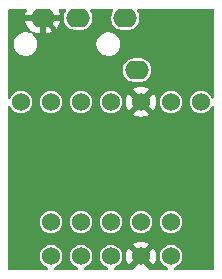
<source format=gbl>
G04 #@! TF.GenerationSoftware,KiCad,Pcbnew,9.0.2*
G04 #@! TF.CreationDate,2025-07-09T02:52:23-04:00*
G04 #@! TF.ProjectId,FBT,4642542e-6b69-4636-9164-5f7063625858,rev?*
G04 #@! TF.SameCoordinates,Original*
G04 #@! TF.FileFunction,Copper,L2,Bot*
G04 #@! TF.FilePolarity,Positive*
%FSLAX46Y46*%
G04 Gerber Fmt 4.6, Leading zero omitted, Abs format (unit mm)*
G04 Created by KiCad (PCBNEW 9.0.2) date 2025-07-09 02:52:23*
%MOMM*%
%LPD*%
G01*
G04 APERTURE LIST*
G04 #@! TA.AperFunction,ComponentPad*
%ADD10O,2.000000X1.600000*%
G04 #@! TD*
G04 #@! TA.AperFunction,ComponentPad*
%ADD11C,1.524000*%
G04 #@! TD*
G04 #@! TA.AperFunction,Conductor*
%ADD12C,0.400000*%
G04 #@! TD*
G04 APERTURE END LIST*
D10*
X175850000Y-111000000D03*
X171850000Y-111000000D03*
X168850000Y-111000000D03*
X176850000Y-115400000D03*
D11*
X182260000Y-118100000D03*
X179720000Y-118100000D03*
X177180000Y-118100000D03*
X174640000Y-118100000D03*
X172100000Y-118100000D03*
X169560000Y-118100000D03*
X167020000Y-118100000D03*
X169560000Y-128260000D03*
X172100000Y-128260000D03*
X174640000Y-128260000D03*
X177180000Y-128260000D03*
X179720000Y-128260000D03*
X179720000Y-131180000D03*
X177180000Y-131180000D03*
X174640000Y-131180000D03*
X172100000Y-131180000D03*
X169560000Y-131180000D03*
D12*
X170600000Y-112750000D02*
X168850000Y-111000000D01*
X170600000Y-115000000D02*
X170600000Y-112750000D01*
X177180000Y-118100000D02*
X175580000Y-116500000D01*
X172100000Y-116500000D02*
X170600000Y-115000000D01*
X175580000Y-116500000D02*
X172100000Y-116500000D01*
G04 #@! TA.AperFunction,Conductor*
G36*
X167447745Y-110250185D02*
G01*
X167493500Y-110302989D01*
X167503444Y-110372147D01*
X167491191Y-110410795D01*
X167445244Y-110500970D01*
X167382009Y-110695586D01*
X167373391Y-110750000D01*
X168205025Y-110750000D01*
X168169930Y-110785095D01*
X168123852Y-110864905D01*
X168100000Y-110953922D01*
X168100000Y-111046078D01*
X168123852Y-111135095D01*
X168169930Y-111214905D01*
X168205025Y-111250000D01*
X167373391Y-111250000D01*
X167382009Y-111304413D01*
X167445244Y-111499029D01*
X167538140Y-111681349D01*
X167658417Y-111846894D01*
X167658417Y-111846895D01*
X167803104Y-111991582D01*
X167803110Y-111991587D01*
X167891888Y-112056088D01*
X167934554Y-112111418D01*
X167940533Y-112181031D01*
X167907927Y-112242826D01*
X167847089Y-112277183D01*
X167777333Y-112273195D01*
X167771552Y-112270968D01*
X167703609Y-112242826D01*
X167691835Y-112237949D01*
X167691833Y-112237948D01*
X167691829Y-112237947D01*
X167498543Y-112199500D01*
X167498541Y-112199500D01*
X167301459Y-112199500D01*
X167301457Y-112199500D01*
X167108170Y-112237947D01*
X167108160Y-112237950D01*
X166926092Y-112313364D01*
X166926079Y-112313371D01*
X166762218Y-112422860D01*
X166762214Y-112422863D01*
X166622863Y-112562214D01*
X166622860Y-112562218D01*
X166513371Y-112726079D01*
X166513364Y-112726092D01*
X166437950Y-112908160D01*
X166437947Y-112908170D01*
X166399500Y-113101456D01*
X166399500Y-113101459D01*
X166399500Y-113298541D01*
X166399500Y-113298543D01*
X166399499Y-113298543D01*
X166437947Y-113491829D01*
X166437950Y-113491839D01*
X166513364Y-113673907D01*
X166513371Y-113673920D01*
X166622860Y-113837781D01*
X166622863Y-113837785D01*
X166762214Y-113977136D01*
X166762218Y-113977139D01*
X166926079Y-114086628D01*
X166926092Y-114086635D01*
X167108160Y-114162049D01*
X167108165Y-114162051D01*
X167108169Y-114162051D01*
X167108170Y-114162052D01*
X167301456Y-114200500D01*
X167301459Y-114200500D01*
X167498543Y-114200500D01*
X167628582Y-114174632D01*
X167691835Y-114162051D01*
X167873914Y-114086632D01*
X168037782Y-113977139D01*
X168177139Y-113837782D01*
X168286632Y-113673914D01*
X168362051Y-113491835D01*
X168400500Y-113298543D01*
X173399499Y-113298543D01*
X173437947Y-113491829D01*
X173437950Y-113491839D01*
X173513364Y-113673907D01*
X173513371Y-113673920D01*
X173622860Y-113837781D01*
X173622863Y-113837785D01*
X173762214Y-113977136D01*
X173762218Y-113977139D01*
X173926079Y-114086628D01*
X173926092Y-114086635D01*
X174108160Y-114162049D01*
X174108165Y-114162051D01*
X174108169Y-114162051D01*
X174108170Y-114162052D01*
X174301456Y-114200500D01*
X174301459Y-114200500D01*
X174498543Y-114200500D01*
X174628582Y-114174632D01*
X174691835Y-114162051D01*
X174873914Y-114086632D01*
X175037782Y-113977139D01*
X175177139Y-113837782D01*
X175286632Y-113673914D01*
X175362051Y-113491835D01*
X175400500Y-113298541D01*
X175400500Y-113101459D01*
X175400500Y-113101456D01*
X175362052Y-112908170D01*
X175362051Y-112908169D01*
X175362051Y-112908165D01*
X175362049Y-112908160D01*
X175286635Y-112726092D01*
X175286628Y-112726079D01*
X175177139Y-112562218D01*
X175177136Y-112562214D01*
X175037785Y-112422863D01*
X175037781Y-112422860D01*
X174873920Y-112313371D01*
X174873907Y-112313364D01*
X174691839Y-112237950D01*
X174691829Y-112237947D01*
X174498543Y-112199500D01*
X174498541Y-112199500D01*
X174301459Y-112199500D01*
X174301457Y-112199500D01*
X174108170Y-112237947D01*
X174108160Y-112237950D01*
X173926092Y-112313364D01*
X173926079Y-112313371D01*
X173762218Y-112422860D01*
X173762214Y-112422863D01*
X173622863Y-112562214D01*
X173622860Y-112562218D01*
X173513371Y-112726079D01*
X173513364Y-112726092D01*
X173437950Y-112908160D01*
X173437947Y-112908170D01*
X173399500Y-113101456D01*
X173399500Y-113101459D01*
X173399500Y-113298541D01*
X173399500Y-113298543D01*
X173399499Y-113298543D01*
X168400500Y-113298543D01*
X168400500Y-113298541D01*
X168400500Y-113101459D01*
X168400500Y-113101456D01*
X168362052Y-112908170D01*
X168362051Y-112908169D01*
X168362051Y-112908165D01*
X168362049Y-112908160D01*
X168286635Y-112726092D01*
X168286628Y-112726079D01*
X168177139Y-112562218D01*
X168177136Y-112562214D01*
X168037785Y-112422863D01*
X168033074Y-112418997D01*
X168034432Y-112417341D01*
X167995842Y-112371154D01*
X167987142Y-112301828D01*
X168017303Y-112238803D01*
X168076750Y-112202091D01*
X168146609Y-112203345D01*
X168147862Y-112203745D01*
X168345582Y-112267990D01*
X168547683Y-112300000D01*
X168600000Y-112300000D01*
X168600000Y-111350000D01*
X169100000Y-111350000D01*
X169100000Y-112300000D01*
X169152317Y-112300000D01*
X169354417Y-112267990D01*
X169549031Y-112204755D01*
X169731349Y-112111859D01*
X169896894Y-111991582D01*
X169896895Y-111991582D01*
X170041582Y-111846895D01*
X170041582Y-111846894D01*
X170161859Y-111681349D01*
X170254755Y-111499029D01*
X170317990Y-111304413D01*
X170326609Y-111250000D01*
X169494975Y-111250000D01*
X169530070Y-111214905D01*
X169576148Y-111135095D01*
X169600000Y-111046078D01*
X169600000Y-110953922D01*
X169576148Y-110864905D01*
X169530070Y-110785095D01*
X169494975Y-110750000D01*
X170326609Y-110750000D01*
X170317990Y-110695586D01*
X170254755Y-110500970D01*
X170208809Y-110410795D01*
X170195913Y-110342126D01*
X170222189Y-110277385D01*
X170279296Y-110237128D01*
X170319294Y-110230500D01*
X170728884Y-110230500D01*
X170795923Y-110250185D01*
X170841678Y-110302989D01*
X170851622Y-110372147D01*
X170831986Y-110423391D01*
X170763371Y-110526079D01*
X170763364Y-110526092D01*
X170687950Y-110708160D01*
X170687947Y-110708170D01*
X170649500Y-110901456D01*
X170649500Y-110901459D01*
X170649500Y-111098541D01*
X170649500Y-111098543D01*
X170649499Y-111098543D01*
X170687947Y-111291829D01*
X170687950Y-111291839D01*
X170763364Y-111473907D01*
X170763371Y-111473920D01*
X170872860Y-111637781D01*
X170872863Y-111637785D01*
X171012214Y-111777136D01*
X171012218Y-111777139D01*
X171176079Y-111886628D01*
X171176092Y-111886635D01*
X171358160Y-111962049D01*
X171358165Y-111962051D01*
X171358169Y-111962051D01*
X171358170Y-111962052D01*
X171551456Y-112000500D01*
X171551459Y-112000500D01*
X172148543Y-112000500D01*
X172278582Y-111974632D01*
X172341835Y-111962051D01*
X172523914Y-111886632D01*
X172687782Y-111777139D01*
X172827139Y-111637782D01*
X172936632Y-111473914D01*
X173012051Y-111291835D01*
X173050500Y-111098541D01*
X173050500Y-110901459D01*
X173050500Y-110901456D01*
X173012052Y-110708170D01*
X173012051Y-110708169D01*
X173012051Y-110708165D01*
X172997838Y-110673852D01*
X172936635Y-110526092D01*
X172936628Y-110526079D01*
X172868014Y-110423391D01*
X172847136Y-110356713D01*
X172865621Y-110289333D01*
X172917599Y-110242643D01*
X172971116Y-110230500D01*
X174728884Y-110230500D01*
X174795923Y-110250185D01*
X174841678Y-110302989D01*
X174851622Y-110372147D01*
X174831986Y-110423391D01*
X174763371Y-110526079D01*
X174763364Y-110526092D01*
X174687950Y-110708160D01*
X174687947Y-110708170D01*
X174649500Y-110901456D01*
X174649500Y-110901459D01*
X174649500Y-111098541D01*
X174649500Y-111098543D01*
X174649499Y-111098543D01*
X174687947Y-111291829D01*
X174687950Y-111291839D01*
X174763364Y-111473907D01*
X174763371Y-111473920D01*
X174872860Y-111637781D01*
X174872863Y-111637785D01*
X175012214Y-111777136D01*
X175012218Y-111777139D01*
X175176079Y-111886628D01*
X175176092Y-111886635D01*
X175358160Y-111962049D01*
X175358165Y-111962051D01*
X175358169Y-111962051D01*
X175358170Y-111962052D01*
X175551456Y-112000500D01*
X175551459Y-112000500D01*
X176148543Y-112000500D01*
X176278582Y-111974632D01*
X176341835Y-111962051D01*
X176523914Y-111886632D01*
X176687782Y-111777139D01*
X176827139Y-111637782D01*
X176936632Y-111473914D01*
X177012051Y-111291835D01*
X177050500Y-111098541D01*
X177050500Y-110901459D01*
X177050500Y-110901456D01*
X177012052Y-110708170D01*
X177012051Y-110708169D01*
X177012051Y-110708165D01*
X176997838Y-110673852D01*
X176936635Y-110526092D01*
X176936628Y-110526079D01*
X176868014Y-110423391D01*
X176847136Y-110356713D01*
X176865621Y-110289333D01*
X176917599Y-110242643D01*
X176971116Y-110230500D01*
X183265500Y-110230500D01*
X183332539Y-110250185D01*
X183378294Y-110302989D01*
X183389500Y-110354500D01*
X183389500Y-117688330D01*
X183369815Y-117755369D01*
X183317011Y-117801124D01*
X183247853Y-117811068D01*
X183184297Y-117782043D01*
X183150939Y-117735783D01*
X183112957Y-117644087D01*
X183007622Y-117486441D01*
X182873558Y-117352377D01*
X182715912Y-117247042D01*
X182540751Y-117174488D01*
X182540743Y-117174486D01*
X182354802Y-117137500D01*
X182354798Y-117137500D01*
X182165202Y-117137500D01*
X182165197Y-117137500D01*
X181979256Y-117174486D01*
X181979248Y-117174488D01*
X181804087Y-117247042D01*
X181646441Y-117352377D01*
X181512377Y-117486441D01*
X181407042Y-117644087D01*
X181334488Y-117819248D01*
X181334486Y-117819256D01*
X181297500Y-118005197D01*
X181297500Y-118194802D01*
X181334486Y-118380743D01*
X181334488Y-118380751D01*
X181407042Y-118555912D01*
X181512377Y-118713558D01*
X181646441Y-118847622D01*
X181751300Y-118917686D01*
X181804085Y-118952956D01*
X181979249Y-119025512D01*
X182165197Y-119062499D01*
X182165201Y-119062500D01*
X182165202Y-119062500D01*
X182354799Y-119062500D01*
X182354800Y-119062499D01*
X182540751Y-119025512D01*
X182715915Y-118952956D01*
X182873558Y-118847622D01*
X183007622Y-118713558D01*
X183112956Y-118555915D01*
X183150939Y-118464215D01*
X183194780Y-118409813D01*
X183261074Y-118387748D01*
X183328773Y-118405027D01*
X183376384Y-118456164D01*
X183389500Y-118511669D01*
X183389500Y-132205500D01*
X183369815Y-132272539D01*
X183317011Y-132318294D01*
X183265500Y-132329500D01*
X180083386Y-132329500D01*
X180016347Y-132309815D01*
X179970592Y-132257011D01*
X179960648Y-132187853D01*
X179989673Y-132124297D01*
X180035933Y-132090939D01*
X180036653Y-132090640D01*
X180175915Y-132032956D01*
X180333558Y-131927622D01*
X180467622Y-131793558D01*
X180572956Y-131635915D01*
X180645512Y-131460751D01*
X180682500Y-131274798D01*
X180682500Y-131085202D01*
X180682499Y-131085199D01*
X180682499Y-131085197D01*
X180645513Y-130899256D01*
X180645512Y-130899249D01*
X180572956Y-130724085D01*
X180537686Y-130671300D01*
X180467622Y-130566441D01*
X180333558Y-130432377D01*
X180175912Y-130327042D01*
X180000751Y-130254488D01*
X180000743Y-130254486D01*
X179814802Y-130217500D01*
X179814798Y-130217500D01*
X179625202Y-130217500D01*
X179625197Y-130217500D01*
X179439256Y-130254486D01*
X179439248Y-130254488D01*
X179264087Y-130327042D01*
X179106441Y-130432377D01*
X178972377Y-130566441D01*
X178867042Y-130724087D01*
X178794488Y-130899248D01*
X178794486Y-130899256D01*
X178757500Y-131085197D01*
X178757500Y-131274802D01*
X178794486Y-131460743D01*
X178794488Y-131460751D01*
X178867042Y-131635912D01*
X178972377Y-131793558D01*
X179106441Y-131927622D01*
X179211300Y-131997686D01*
X179264085Y-132032956D01*
X179264086Y-132032956D01*
X179264087Y-132032957D01*
X179404067Y-132090939D01*
X179458470Y-132134780D01*
X179480535Y-132201074D01*
X179463256Y-132268774D01*
X179412118Y-132316384D01*
X179356614Y-132329500D01*
X178005206Y-132329500D01*
X177938167Y-132309815D01*
X177892412Y-132257011D01*
X177890040Y-132243593D01*
X177268585Y-131622137D01*
X177353694Y-131599333D01*
X177456306Y-131540090D01*
X177540090Y-131456306D01*
X177599333Y-131353694D01*
X177622138Y-131268585D01*
X178232268Y-131878715D01*
X178259362Y-131841425D01*
X178349542Y-131664437D01*
X178410924Y-131475523D01*
X178410924Y-131475520D01*
X178442000Y-131279321D01*
X178442000Y-131080678D01*
X178410924Y-130884479D01*
X178410924Y-130884476D01*
X178349542Y-130695562D01*
X178259358Y-130518567D01*
X178232268Y-130481283D01*
X177622137Y-131091414D01*
X177599333Y-131006306D01*
X177540090Y-130903694D01*
X177456306Y-130819910D01*
X177353694Y-130760667D01*
X177268585Y-130737861D01*
X177878716Y-130127731D01*
X177878715Y-130127730D01*
X177841432Y-130100641D01*
X177664437Y-130010457D01*
X177475522Y-129949075D01*
X177279321Y-129918000D01*
X177080679Y-129918000D01*
X176884479Y-129949075D01*
X176884476Y-129949075D01*
X176695562Y-130010457D01*
X176518564Y-130100643D01*
X176481283Y-130127729D01*
X176481282Y-130127730D01*
X177091415Y-130737861D01*
X177006306Y-130760667D01*
X176903694Y-130819910D01*
X176819910Y-130903694D01*
X176760667Y-131006306D01*
X176737861Y-131091414D01*
X176127730Y-130481282D01*
X176127729Y-130481283D01*
X176100643Y-130518564D01*
X176010457Y-130695562D01*
X175949075Y-130884476D01*
X175949075Y-130884479D01*
X175918000Y-131080678D01*
X175918000Y-131279321D01*
X175949075Y-131475520D01*
X175949075Y-131475523D01*
X176010457Y-131664437D01*
X176100641Y-131841432D01*
X176127730Y-131878715D01*
X176127731Y-131878716D01*
X176737861Y-131268585D01*
X176760667Y-131353694D01*
X176819910Y-131456306D01*
X176903694Y-131540090D01*
X177006306Y-131599333D01*
X177091414Y-131622137D01*
X176467940Y-132245611D01*
X176464045Y-132264152D01*
X176414992Y-132313907D01*
X176354793Y-132329500D01*
X175003386Y-132329500D01*
X174936347Y-132309815D01*
X174890592Y-132257011D01*
X174880648Y-132187853D01*
X174909673Y-132124297D01*
X174955933Y-132090939D01*
X174956653Y-132090640D01*
X175095915Y-132032956D01*
X175253558Y-131927622D01*
X175387622Y-131793558D01*
X175492956Y-131635915D01*
X175565512Y-131460751D01*
X175602500Y-131274798D01*
X175602500Y-131085202D01*
X175602500Y-131085201D01*
X175602500Y-131085199D01*
X175565513Y-130899256D01*
X175565512Y-130899249D01*
X175492956Y-130724085D01*
X175457686Y-130671300D01*
X175387622Y-130566441D01*
X175253558Y-130432377D01*
X175095912Y-130327042D01*
X175005400Y-130289551D01*
X174920751Y-130254488D01*
X174920743Y-130254486D01*
X174734802Y-130217500D01*
X174734798Y-130217500D01*
X174545202Y-130217500D01*
X174545197Y-130217500D01*
X174359256Y-130254486D01*
X174359248Y-130254488D01*
X174184087Y-130327042D01*
X174026441Y-130432377D01*
X173892377Y-130566441D01*
X173787042Y-130724087D01*
X173714488Y-130899248D01*
X173714486Y-130899256D01*
X173677500Y-131085197D01*
X173677500Y-131274802D01*
X173714486Y-131460743D01*
X173714488Y-131460751D01*
X173787042Y-131635912D01*
X173892377Y-131793558D01*
X174026441Y-131927622D01*
X174131300Y-131997686D01*
X174184085Y-132032956D01*
X174184086Y-132032956D01*
X174184087Y-132032957D01*
X174324067Y-132090939D01*
X174378470Y-132134780D01*
X174400535Y-132201074D01*
X174383256Y-132268774D01*
X174332118Y-132316384D01*
X174276614Y-132329500D01*
X172463386Y-132329500D01*
X172396347Y-132309815D01*
X172350592Y-132257011D01*
X172340648Y-132187853D01*
X172369673Y-132124297D01*
X172415933Y-132090939D01*
X172416653Y-132090640D01*
X172555915Y-132032956D01*
X172713558Y-131927622D01*
X172847622Y-131793558D01*
X172952956Y-131635915D01*
X173025512Y-131460751D01*
X173062500Y-131274798D01*
X173062500Y-131085202D01*
X173062499Y-131085199D01*
X173062499Y-131085197D01*
X173025513Y-130899256D01*
X173025512Y-130899249D01*
X172952956Y-130724085D01*
X172917686Y-130671300D01*
X172847622Y-130566441D01*
X172713558Y-130432377D01*
X172555912Y-130327042D01*
X172380751Y-130254488D01*
X172380743Y-130254486D01*
X172194802Y-130217500D01*
X172194798Y-130217500D01*
X172005202Y-130217500D01*
X172005197Y-130217500D01*
X171819256Y-130254486D01*
X171819248Y-130254488D01*
X171644087Y-130327042D01*
X171486441Y-130432377D01*
X171352377Y-130566441D01*
X171247042Y-130724087D01*
X171174488Y-130899248D01*
X171174486Y-130899256D01*
X171137500Y-131085197D01*
X171137500Y-131274802D01*
X171174486Y-131460743D01*
X171174488Y-131460751D01*
X171247042Y-131635912D01*
X171352377Y-131793558D01*
X171486441Y-131927622D01*
X171591300Y-131997686D01*
X171644085Y-132032956D01*
X171644086Y-132032956D01*
X171644087Y-132032957D01*
X171784067Y-132090939D01*
X171838470Y-132134780D01*
X171860535Y-132201074D01*
X171843256Y-132268774D01*
X171792118Y-132316384D01*
X171736614Y-132329500D01*
X169923386Y-132329500D01*
X169856347Y-132309815D01*
X169810592Y-132257011D01*
X169800648Y-132187853D01*
X169829673Y-132124297D01*
X169875933Y-132090939D01*
X169876653Y-132090640D01*
X170015915Y-132032956D01*
X170173558Y-131927622D01*
X170307622Y-131793558D01*
X170412956Y-131635915D01*
X170485512Y-131460751D01*
X170522500Y-131274798D01*
X170522500Y-131085202D01*
X170522499Y-131085199D01*
X170522499Y-131085197D01*
X170485513Y-130899256D01*
X170485512Y-130899249D01*
X170412956Y-130724085D01*
X170377686Y-130671300D01*
X170307622Y-130566441D01*
X170173558Y-130432377D01*
X170015912Y-130327042D01*
X169840751Y-130254488D01*
X169840743Y-130254486D01*
X169654802Y-130217500D01*
X169654798Y-130217500D01*
X169465202Y-130217500D01*
X169465197Y-130217500D01*
X169279256Y-130254486D01*
X169279248Y-130254488D01*
X169104087Y-130327042D01*
X168946441Y-130432377D01*
X168812377Y-130566441D01*
X168707042Y-130724087D01*
X168634488Y-130899248D01*
X168634486Y-130899256D01*
X168597500Y-131085197D01*
X168597500Y-131274802D01*
X168634486Y-131460743D01*
X168634488Y-131460751D01*
X168707042Y-131635912D01*
X168812377Y-131793558D01*
X168946441Y-131927622D01*
X169051300Y-131997686D01*
X169104085Y-132032956D01*
X169104086Y-132032956D01*
X169104087Y-132032957D01*
X169244067Y-132090939D01*
X169298470Y-132134780D01*
X169320535Y-132201074D01*
X169303256Y-132268774D01*
X169252118Y-132316384D01*
X169196614Y-132329500D01*
X166014500Y-132329500D01*
X165947461Y-132309815D01*
X165901706Y-132257011D01*
X165890500Y-132205500D01*
X165890500Y-128165197D01*
X168597500Y-128165197D01*
X168597500Y-128354802D01*
X168634486Y-128540743D01*
X168634488Y-128540751D01*
X168707042Y-128715912D01*
X168812377Y-128873558D01*
X168946441Y-129007622D01*
X169051300Y-129077686D01*
X169104085Y-129112956D01*
X169279249Y-129185512D01*
X169465197Y-129222499D01*
X169465201Y-129222500D01*
X169465202Y-129222500D01*
X169654799Y-129222500D01*
X169654800Y-129222499D01*
X169840751Y-129185512D01*
X170015915Y-129112956D01*
X170173558Y-129007622D01*
X170307622Y-128873558D01*
X170412956Y-128715915D01*
X170485512Y-128540751D01*
X170522500Y-128354798D01*
X170522500Y-128165202D01*
X170522499Y-128165197D01*
X171137500Y-128165197D01*
X171137500Y-128354802D01*
X171174486Y-128540743D01*
X171174488Y-128540751D01*
X171247042Y-128715912D01*
X171352377Y-128873558D01*
X171486441Y-129007622D01*
X171591300Y-129077686D01*
X171644085Y-129112956D01*
X171819249Y-129185512D01*
X172005197Y-129222499D01*
X172005201Y-129222500D01*
X172005202Y-129222500D01*
X172194799Y-129222500D01*
X172194800Y-129222499D01*
X172380751Y-129185512D01*
X172555915Y-129112956D01*
X172713558Y-129007622D01*
X172847622Y-128873558D01*
X172952956Y-128715915D01*
X173025512Y-128540751D01*
X173062500Y-128354798D01*
X173062500Y-128165202D01*
X173062499Y-128165197D01*
X173677500Y-128165197D01*
X173677500Y-128354802D01*
X173714486Y-128540743D01*
X173714488Y-128540751D01*
X173787042Y-128715912D01*
X173892377Y-128873558D01*
X174026441Y-129007622D01*
X174131300Y-129077686D01*
X174184085Y-129112956D01*
X174359249Y-129185512D01*
X174545197Y-129222499D01*
X174545201Y-129222500D01*
X174545202Y-129222500D01*
X174734799Y-129222500D01*
X174734800Y-129222499D01*
X174920751Y-129185512D01*
X175095915Y-129112956D01*
X175253558Y-129007622D01*
X175387622Y-128873558D01*
X175492956Y-128715915D01*
X175565512Y-128540751D01*
X175602500Y-128354798D01*
X175602500Y-128165202D01*
X175602499Y-128165197D01*
X176217500Y-128165197D01*
X176217500Y-128354802D01*
X176254486Y-128540743D01*
X176254488Y-128540751D01*
X176327042Y-128715912D01*
X176432377Y-128873558D01*
X176566441Y-129007622D01*
X176671300Y-129077686D01*
X176724085Y-129112956D01*
X176899249Y-129185512D01*
X177085197Y-129222499D01*
X177085201Y-129222500D01*
X177085202Y-129222500D01*
X177274799Y-129222500D01*
X177274800Y-129222499D01*
X177460751Y-129185512D01*
X177635915Y-129112956D01*
X177793558Y-129007622D01*
X177927622Y-128873558D01*
X178032956Y-128715915D01*
X178105512Y-128540751D01*
X178142500Y-128354798D01*
X178142500Y-128165202D01*
X178142499Y-128165197D01*
X178757500Y-128165197D01*
X178757500Y-128354802D01*
X178794486Y-128540743D01*
X178794488Y-128540751D01*
X178867042Y-128715912D01*
X178972377Y-128873558D01*
X179106441Y-129007622D01*
X179211300Y-129077686D01*
X179264085Y-129112956D01*
X179439249Y-129185512D01*
X179625197Y-129222499D01*
X179625201Y-129222500D01*
X179625202Y-129222500D01*
X179814799Y-129222500D01*
X179814800Y-129222499D01*
X180000751Y-129185512D01*
X180175915Y-129112956D01*
X180333558Y-129007622D01*
X180467622Y-128873558D01*
X180572956Y-128715915D01*
X180645512Y-128540751D01*
X180682500Y-128354798D01*
X180682500Y-128165202D01*
X180645512Y-127979249D01*
X180572956Y-127804085D01*
X180537686Y-127751300D01*
X180467622Y-127646441D01*
X180333558Y-127512377D01*
X180175912Y-127407042D01*
X180000751Y-127334488D01*
X180000743Y-127334486D01*
X179814802Y-127297500D01*
X179814798Y-127297500D01*
X179625202Y-127297500D01*
X179625197Y-127297500D01*
X179439256Y-127334486D01*
X179439248Y-127334488D01*
X179264087Y-127407042D01*
X179106441Y-127512377D01*
X178972377Y-127646441D01*
X178867042Y-127804087D01*
X178794488Y-127979248D01*
X178794486Y-127979256D01*
X178757500Y-128165197D01*
X178142499Y-128165197D01*
X178105512Y-127979249D01*
X178032956Y-127804085D01*
X177997686Y-127751300D01*
X177927622Y-127646441D01*
X177793558Y-127512377D01*
X177635912Y-127407042D01*
X177460751Y-127334488D01*
X177460743Y-127334486D01*
X177274802Y-127297500D01*
X177274798Y-127297500D01*
X177085202Y-127297500D01*
X177085197Y-127297500D01*
X176899256Y-127334486D01*
X176899248Y-127334488D01*
X176724087Y-127407042D01*
X176566441Y-127512377D01*
X176432377Y-127646441D01*
X176327042Y-127804087D01*
X176254488Y-127979248D01*
X176254486Y-127979256D01*
X176217500Y-128165197D01*
X175602499Y-128165197D01*
X175565512Y-127979249D01*
X175492956Y-127804085D01*
X175457686Y-127751300D01*
X175387622Y-127646441D01*
X175253558Y-127512377D01*
X175095912Y-127407042D01*
X174920751Y-127334488D01*
X174920743Y-127334486D01*
X174734802Y-127297500D01*
X174734798Y-127297500D01*
X174545202Y-127297500D01*
X174545197Y-127297500D01*
X174359256Y-127334486D01*
X174359248Y-127334488D01*
X174184087Y-127407042D01*
X174026441Y-127512377D01*
X173892377Y-127646441D01*
X173787042Y-127804087D01*
X173714488Y-127979248D01*
X173714486Y-127979256D01*
X173677500Y-128165197D01*
X173062499Y-128165197D01*
X173025512Y-127979249D01*
X172952956Y-127804085D01*
X172917686Y-127751300D01*
X172847622Y-127646441D01*
X172713558Y-127512377D01*
X172555912Y-127407042D01*
X172380751Y-127334488D01*
X172380743Y-127334486D01*
X172194802Y-127297500D01*
X172194798Y-127297500D01*
X172005202Y-127297500D01*
X172005197Y-127297500D01*
X171819256Y-127334486D01*
X171819248Y-127334488D01*
X171644087Y-127407042D01*
X171486441Y-127512377D01*
X171352377Y-127646441D01*
X171247042Y-127804087D01*
X171174488Y-127979248D01*
X171174486Y-127979256D01*
X171137500Y-128165197D01*
X170522499Y-128165197D01*
X170485512Y-127979249D01*
X170412956Y-127804085D01*
X170377686Y-127751300D01*
X170307622Y-127646441D01*
X170173558Y-127512377D01*
X170015912Y-127407042D01*
X169840751Y-127334488D01*
X169840743Y-127334486D01*
X169654802Y-127297500D01*
X169654798Y-127297500D01*
X169465202Y-127297500D01*
X169465197Y-127297500D01*
X169279256Y-127334486D01*
X169279248Y-127334488D01*
X169104087Y-127407042D01*
X168946441Y-127512377D01*
X168812377Y-127646441D01*
X168707042Y-127804087D01*
X168634488Y-127979248D01*
X168634486Y-127979256D01*
X168597500Y-128165197D01*
X165890500Y-128165197D01*
X165890500Y-118511669D01*
X165910185Y-118444630D01*
X165962989Y-118398875D01*
X166032147Y-118388931D01*
X166095703Y-118417956D01*
X166129061Y-118464216D01*
X166167043Y-118555913D01*
X166272377Y-118713558D01*
X166406441Y-118847622D01*
X166511300Y-118917686D01*
X166564085Y-118952956D01*
X166739249Y-119025512D01*
X166925197Y-119062499D01*
X166925201Y-119062500D01*
X166925202Y-119062500D01*
X167114799Y-119062500D01*
X167114800Y-119062499D01*
X167300751Y-119025512D01*
X167475915Y-118952956D01*
X167633558Y-118847622D01*
X167767622Y-118713558D01*
X167872956Y-118555915D01*
X167945512Y-118380751D01*
X167982500Y-118194798D01*
X167982500Y-118005202D01*
X167982499Y-118005199D01*
X167982499Y-118005197D01*
X168597500Y-118005197D01*
X168597500Y-118194802D01*
X168634486Y-118380743D01*
X168634488Y-118380751D01*
X168707042Y-118555912D01*
X168812377Y-118713558D01*
X168946441Y-118847622D01*
X169051300Y-118917686D01*
X169104085Y-118952956D01*
X169279249Y-119025512D01*
X169465197Y-119062499D01*
X169465201Y-119062500D01*
X169465202Y-119062500D01*
X169654799Y-119062500D01*
X169654800Y-119062499D01*
X169840751Y-119025512D01*
X170015915Y-118952956D01*
X170173558Y-118847622D01*
X170307622Y-118713558D01*
X170412956Y-118555915D01*
X170485512Y-118380751D01*
X170522500Y-118194798D01*
X170522500Y-118005202D01*
X170522499Y-118005199D01*
X170522499Y-118005197D01*
X171137500Y-118005197D01*
X171137500Y-118194802D01*
X171174486Y-118380743D01*
X171174488Y-118380751D01*
X171247042Y-118555912D01*
X171352377Y-118713558D01*
X171486441Y-118847622D01*
X171591300Y-118917686D01*
X171644085Y-118952956D01*
X171819249Y-119025512D01*
X172005197Y-119062499D01*
X172005201Y-119062500D01*
X172005202Y-119062500D01*
X172194799Y-119062500D01*
X172194800Y-119062499D01*
X172380751Y-119025512D01*
X172555915Y-118952956D01*
X172713558Y-118847622D01*
X172847622Y-118713558D01*
X172952956Y-118555915D01*
X173025512Y-118380751D01*
X173062500Y-118194798D01*
X173062500Y-118005202D01*
X173062499Y-118005199D01*
X173062499Y-118005197D01*
X173677500Y-118005197D01*
X173677500Y-118194802D01*
X173714486Y-118380743D01*
X173714488Y-118380751D01*
X173787042Y-118555912D01*
X173892377Y-118713558D01*
X174026441Y-118847622D01*
X174131300Y-118917686D01*
X174184085Y-118952956D01*
X174359249Y-119025512D01*
X174545197Y-119062499D01*
X174545201Y-119062500D01*
X174545202Y-119062500D01*
X174734799Y-119062500D01*
X174734800Y-119062499D01*
X174920751Y-119025512D01*
X175095915Y-118952956D01*
X175253558Y-118847622D01*
X175387622Y-118713558D01*
X175492956Y-118555915D01*
X175565512Y-118380751D01*
X175602500Y-118194798D01*
X175602500Y-118005202D01*
X175602500Y-118005201D01*
X175602500Y-118005199D01*
X175601601Y-118000678D01*
X175918000Y-118000678D01*
X175918000Y-118199321D01*
X175949075Y-118395520D01*
X175949075Y-118395523D01*
X176010457Y-118584437D01*
X176100641Y-118761432D01*
X176127730Y-118798715D01*
X176127731Y-118798716D01*
X176737861Y-118188585D01*
X176760667Y-118273694D01*
X176819910Y-118376306D01*
X176903694Y-118460090D01*
X177006306Y-118519333D01*
X177091414Y-118542137D01*
X176481283Y-119152268D01*
X176481283Y-119152269D01*
X176518567Y-119179358D01*
X176695562Y-119269542D01*
X176884477Y-119330924D01*
X177080679Y-119362000D01*
X177279321Y-119362000D01*
X177475520Y-119330924D01*
X177475523Y-119330924D01*
X177664437Y-119269542D01*
X177841425Y-119179362D01*
X177878716Y-119152268D01*
X177268585Y-118542137D01*
X177353694Y-118519333D01*
X177456306Y-118460090D01*
X177540090Y-118376306D01*
X177599333Y-118273694D01*
X177622138Y-118188585D01*
X178232268Y-118798715D01*
X178259362Y-118761425D01*
X178349542Y-118584437D01*
X178410924Y-118395523D01*
X178410924Y-118395520D01*
X178442000Y-118199321D01*
X178442000Y-118005197D01*
X178757500Y-118005197D01*
X178757500Y-118194802D01*
X178794486Y-118380743D01*
X178794488Y-118380751D01*
X178867042Y-118555912D01*
X178972377Y-118713558D01*
X179106441Y-118847622D01*
X179211300Y-118917686D01*
X179264085Y-118952956D01*
X179439249Y-119025512D01*
X179625197Y-119062499D01*
X179625201Y-119062500D01*
X179625202Y-119062500D01*
X179814799Y-119062500D01*
X179814800Y-119062499D01*
X180000751Y-119025512D01*
X180175915Y-118952956D01*
X180333558Y-118847622D01*
X180467622Y-118713558D01*
X180572956Y-118555915D01*
X180645512Y-118380751D01*
X180682500Y-118194798D01*
X180682500Y-118005202D01*
X180682499Y-118005199D01*
X180682499Y-118005197D01*
X180645513Y-117819256D01*
X180645512Y-117819249D01*
X180572956Y-117644085D01*
X180537686Y-117591300D01*
X180467622Y-117486441D01*
X180333558Y-117352377D01*
X180175912Y-117247042D01*
X180000751Y-117174488D01*
X180000743Y-117174486D01*
X179814802Y-117137500D01*
X179814798Y-117137500D01*
X179625202Y-117137500D01*
X179625197Y-117137500D01*
X179439256Y-117174486D01*
X179439248Y-117174488D01*
X179264087Y-117247042D01*
X179106441Y-117352377D01*
X178972377Y-117486441D01*
X178867042Y-117644087D01*
X178794488Y-117819248D01*
X178794486Y-117819256D01*
X178757500Y-118005197D01*
X178442000Y-118005197D01*
X178442000Y-118000678D01*
X178410924Y-117804479D01*
X178410924Y-117804476D01*
X178349542Y-117615562D01*
X178259358Y-117438567D01*
X178232268Y-117401283D01*
X177622137Y-118011414D01*
X177599333Y-117926306D01*
X177540090Y-117823694D01*
X177456306Y-117739910D01*
X177353694Y-117680667D01*
X177268585Y-117657861D01*
X177878716Y-117047731D01*
X177878715Y-117047730D01*
X177841432Y-117020641D01*
X177664437Y-116930457D01*
X177475522Y-116869075D01*
X177279321Y-116838000D01*
X177080679Y-116838000D01*
X176884479Y-116869075D01*
X176884476Y-116869075D01*
X176695562Y-116930457D01*
X176518564Y-117020643D01*
X176481283Y-117047729D01*
X176481282Y-117047730D01*
X177091415Y-117657861D01*
X177006306Y-117680667D01*
X176903694Y-117739910D01*
X176819910Y-117823694D01*
X176760667Y-117926306D01*
X176737861Y-118011414D01*
X176127730Y-117401282D01*
X176127729Y-117401283D01*
X176100643Y-117438564D01*
X176010457Y-117615562D01*
X175949075Y-117804476D01*
X175949075Y-117804479D01*
X175918000Y-118000678D01*
X175601601Y-118000678D01*
X175565513Y-117819256D01*
X175565512Y-117819249D01*
X175492956Y-117644085D01*
X175457686Y-117591300D01*
X175387622Y-117486441D01*
X175253558Y-117352377D01*
X175095912Y-117247042D01*
X175005400Y-117209551D01*
X174920751Y-117174488D01*
X174920743Y-117174486D01*
X174734802Y-117137500D01*
X174734798Y-117137500D01*
X174545202Y-117137500D01*
X174545197Y-117137500D01*
X174359256Y-117174486D01*
X174359248Y-117174488D01*
X174184087Y-117247042D01*
X174026441Y-117352377D01*
X173892377Y-117486441D01*
X173787042Y-117644087D01*
X173714488Y-117819248D01*
X173714486Y-117819256D01*
X173677500Y-118005197D01*
X173062499Y-118005197D01*
X173025513Y-117819256D01*
X173025512Y-117819249D01*
X172952956Y-117644085D01*
X172917686Y-117591300D01*
X172847622Y-117486441D01*
X172713558Y-117352377D01*
X172555912Y-117247042D01*
X172380751Y-117174488D01*
X172380743Y-117174486D01*
X172194802Y-117137500D01*
X172194798Y-117137500D01*
X172005202Y-117137500D01*
X172005197Y-117137500D01*
X171819256Y-117174486D01*
X171819248Y-117174488D01*
X171644087Y-117247042D01*
X171486441Y-117352377D01*
X171352377Y-117486441D01*
X171247042Y-117644087D01*
X171174488Y-117819248D01*
X171174486Y-117819256D01*
X171137500Y-118005197D01*
X170522499Y-118005197D01*
X170485513Y-117819256D01*
X170485512Y-117819249D01*
X170412956Y-117644085D01*
X170377686Y-117591300D01*
X170307622Y-117486441D01*
X170173558Y-117352377D01*
X170015912Y-117247042D01*
X169840751Y-117174488D01*
X169840743Y-117174486D01*
X169654802Y-117137500D01*
X169654798Y-117137500D01*
X169465202Y-117137500D01*
X169465197Y-117137500D01*
X169279256Y-117174486D01*
X169279248Y-117174488D01*
X169104087Y-117247042D01*
X168946441Y-117352377D01*
X168812377Y-117486441D01*
X168707042Y-117644087D01*
X168634488Y-117819248D01*
X168634486Y-117819256D01*
X168597500Y-118005197D01*
X167982499Y-118005197D01*
X167945513Y-117819256D01*
X167945512Y-117819249D01*
X167872956Y-117644085D01*
X167837686Y-117591300D01*
X167767622Y-117486441D01*
X167633558Y-117352377D01*
X167475912Y-117247042D01*
X167300751Y-117174488D01*
X167300743Y-117174486D01*
X167114802Y-117137500D01*
X167114798Y-117137500D01*
X166925202Y-117137500D01*
X166925197Y-117137500D01*
X166739256Y-117174486D01*
X166739248Y-117174488D01*
X166564087Y-117247042D01*
X166406441Y-117352377D01*
X166272377Y-117486441D01*
X166167042Y-117644087D01*
X166129061Y-117735783D01*
X166085220Y-117790186D01*
X166018926Y-117812251D01*
X165951226Y-117794972D01*
X165903616Y-117743834D01*
X165890500Y-117688330D01*
X165890500Y-115498543D01*
X175649499Y-115498543D01*
X175687947Y-115691829D01*
X175687950Y-115691839D01*
X175763364Y-115873907D01*
X175763371Y-115873920D01*
X175872860Y-116037781D01*
X175872863Y-116037785D01*
X176012214Y-116177136D01*
X176012218Y-116177139D01*
X176176079Y-116286628D01*
X176176092Y-116286635D01*
X176358160Y-116362049D01*
X176358165Y-116362051D01*
X176358169Y-116362051D01*
X176358170Y-116362052D01*
X176551456Y-116400500D01*
X176551459Y-116400500D01*
X177148543Y-116400500D01*
X177278582Y-116374632D01*
X177341835Y-116362051D01*
X177523914Y-116286632D01*
X177687782Y-116177139D01*
X177827139Y-116037782D01*
X177936632Y-115873914D01*
X178012051Y-115691835D01*
X178050500Y-115498541D01*
X178050500Y-115301459D01*
X178050500Y-115301456D01*
X178012052Y-115108170D01*
X178012051Y-115108169D01*
X178012051Y-115108165D01*
X178012049Y-115108160D01*
X177936635Y-114926092D01*
X177936628Y-114926079D01*
X177827139Y-114762218D01*
X177827136Y-114762214D01*
X177687785Y-114622863D01*
X177687781Y-114622860D01*
X177523920Y-114513371D01*
X177523907Y-114513364D01*
X177341839Y-114437950D01*
X177341829Y-114437947D01*
X177148543Y-114399500D01*
X177148541Y-114399500D01*
X176551459Y-114399500D01*
X176551457Y-114399500D01*
X176358170Y-114437947D01*
X176358160Y-114437950D01*
X176176092Y-114513364D01*
X176176079Y-114513371D01*
X176012218Y-114622860D01*
X176012214Y-114622863D01*
X175872863Y-114762214D01*
X175872860Y-114762218D01*
X175763371Y-114926079D01*
X175763364Y-114926092D01*
X175687950Y-115108160D01*
X175687947Y-115108170D01*
X175649500Y-115301456D01*
X175649500Y-115301459D01*
X175649500Y-115498541D01*
X175649500Y-115498543D01*
X175649499Y-115498543D01*
X165890500Y-115498543D01*
X165890500Y-110354500D01*
X165910185Y-110287461D01*
X165962989Y-110241706D01*
X166014500Y-110230500D01*
X167380706Y-110230500D01*
X167447745Y-110250185D01*
G37*
G04 #@! TD.AperFunction*
M02*

</source>
